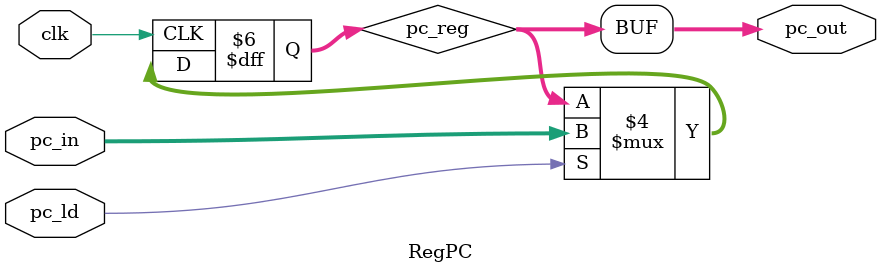
<source format=v>
`timescale 1ns / 1ps
module RegPC(
	input [31:0] pc_in,
	input pc_ld,
	input clk,
	output [31:0] pc_out
   );
	
	reg [31:0] pc_reg;
	
	initial begin
		pc_reg = 32'd0;
	end
	
	always @ (negedge clk) begin
		if(pc_ld) pc_reg = pc_in;
	end
	 
	assign pc_out = pc_reg;
	
endmodule

</source>
